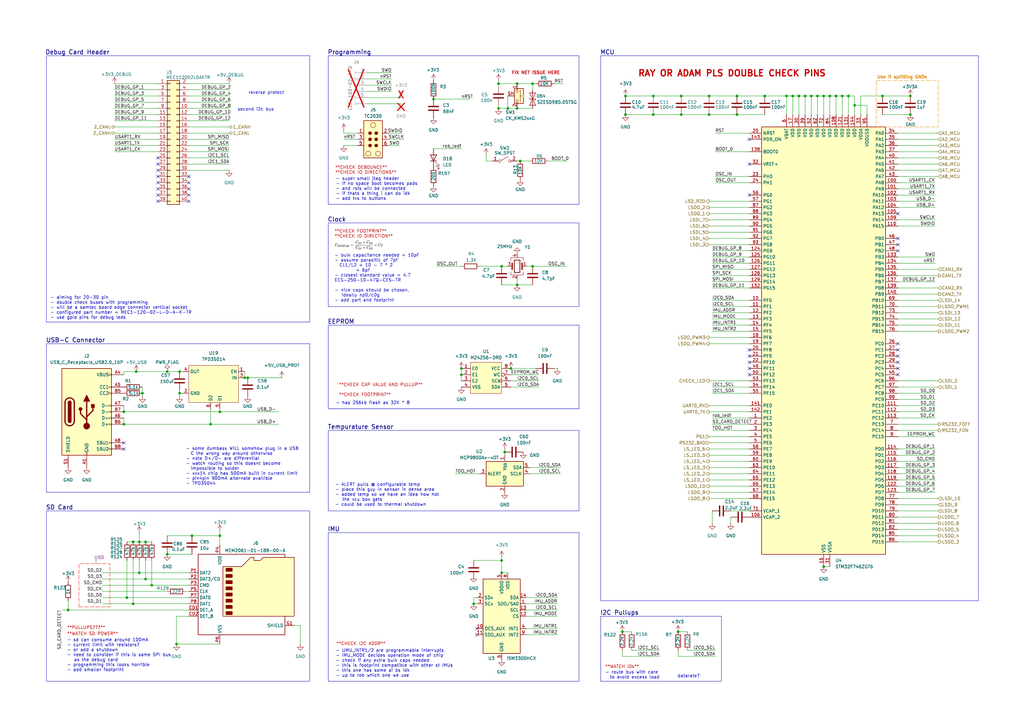
<source format=kicad_sch>
(kicad_sch (version 20250114) (generator "eeschema") (generator_version "9.0")
  (paper "A3")
  (rectangle (start 246.38 252.73) (end 295.91 279.4))
  (rectangle (start 19.05 22.86) (end 127 132.08))
  (rectangle (start 359.41 33.02) (end 384.81 52.07) (stroke (width 0) (type dash) (color 221 133 0 1)))
  (rectangle (start 19.05 209.55) (end 127 279.4))
  (rectangle (start 134.62 91.44) (end 237.49 125.73))
  (rectangle (start 134.62 22.86) (end 237.49 83.82))
  (rectangle (start 19.05 140.97) (end 127 201.93))
  (rectangle (start 134.62 133.35) (end 237.49 167.64))
  (rectangle (start 134.62 176.53) (end 237.49 209.55))
  (rectangle (start 246.38 22.86) (end 401.32 246.38))
  (rectangle (start 134.62 218.44) (end 237.49 279.4))
  (text "second i2c bus" (at 104.902 44.958 0) (effects (font (size 1.27 1.27))))
  (text "IMU" (at 134.366 217.17 0) (effects (font (size 1.778 1.778) (thickness 0.254) (bold yes)) (justify left)))
  (text "EEPROM" (at 134.366 132.08 0) (effects (font (size 1.778 1.778) (thickness 0.254) (bold yes)) (justify left)))
  (text "FIX NET ISSUE HERE" (at 209.804 29.972 0) (effects (font (size 1.27 1.27) (thickness 0.254) (bold yes)) (justify left)))
  (text "SD Card" (at 18.796 208.28 0) (effects (font (size 1.778 1.778) (thickness 0.254) (bold yes)) (justify left)))
  (text "I2C Pullups" (at 246.126 251.46 0) (effects (font (size 1.778 1.778) (thickness 0.254) (bold yes)) (justify left)))
  (text "**PULLUPS???**" (at 27.432 257.556 0) (effects (font (size 1.27 1.27) (thickness 0.1588)) (justify left)))
  (text "Use if splitting GNDs" (at 359.664 31.75 0) (effects (font (size 1.27 1.27) (thickness 0.254) (bold yes)) (justify left)))
  (text "- ALERT pulls @ configurable temp\n- place this guy in sensor in dense area\n- added temp so we have an idea how hot\n   the vcu box gets\n- could be used to thermal shutdown" (at 137.414 202.946 0) (effects (font (size 1.27 1.27) (thickness 0.1588)) (justify left)))
  (text "- route bus with care\n  to avoid excess load" (at 248.158 276.86 0) (effects (font (size 1.27 1.27) (thickness 0.1588)) (justify left)))
  (text "Debug Card Header" (at 18.542 21.59 0) (effects (font (size 1.778 1.778) (thickness 0.254) (bold yes)) (justify left)))
  (text "- bulk capacitence needed = 10pF\n- assume parasitic of 7pf\n  CL1/L2 = 10 - 7 * 2\n         = 6pF\n- closest standard value = 4.7\nECS-250-10-47Q-CES-TR\n\n- nice caps should be chosen,\n   ideally np0/c0g\n- add part and footprint\n" (at 137.16 114.046 0) (effects (font (size 1.27 1.27)) (justify left)))
  (text "USB-C Connector" (at 18.796 139.7 0) (effects (font (size 1.778 1.778) (thickness 0.254) (bold yes)) (justify left)))
  (text "Programming " (at 134.366 21.59 0) (effects (font (size 1.778 1.778) (thickness 0.254) (bold yes)) (justify left)))
  (text "datarate?" (at 282.448 277.368 0) (effects (font (size 1.27 1.27))))
  (text "- super small jtag header\n- if no space boot becomes pads\n- and rsts will be connected\n- if thats a thing i can do idk\n- add tvs to buttons\n" (at 137.668 77.47 0) (effects (font (size 1.27 1.27) (thickness 0.1588)) (justify left)))
  (text "- some dumbass WILL somehow plug in a USB\n  C the wrong way around otherwise\n- note D+/D- are differential\n- watch routing so this doesnt become\n  impossible to solder\n- xxx14 chip has 500mA built in current limit\n- pin4pin 900mA alternate availible\n- TPD3S044\n" (at 76.2 191.262 0) (effects (font (size 1.27 1.27) (thickness 0.1588)) (justify left)))
  (text "- sd can consume around 100mA\n- current limit with resistors?\n- or add a shutdown \n- need to consider if this is same SPI bus\n   as the debug card\n- programming this looks horrible\n- add smaller footprint" (at 27.432 268.732 0) (effects (font (size 1.27 1.27) (thickness 0.1588)) (justify left)))
  (text "**WATCH SD POWER**" (at 27.432 260.096 0) (effects (font (size 1.27 1.27) (thickness 0.1588)) (justify left)))
  (text "Clock\n" (at 134.366 90.17 0) (effects (font (size 1.778 1.778) (thickness 0.254) (bold yes)) (justify left)))
  (text "**CHECK FOOTPRINT**\n**CHECK IO DIRECTION**" (at 137.16 96.012 0) (effects (font (size 1.27 1.27) (thickness 0.1588)) (justify left)))
  (text "**CHECK DEBOUNCE**\n**CHECK IO DIRECTIONS**\n" (at 137.414 69.85 0) (effects (font (size 1.27 1.27) (thickness 0.1588)) (justify left)))
  (text "**CHECK CAP VALUE AND PULLUP**\n\n**CHECK FOOTPRINT**" (at 138.938 160.02 0) (effects (font (size 1.27 1.27) (thickness 0.1588)) (justify left)))
  (text "Tempurature Sensor\n" (at 134.366 175.26 0) (effects (font (size 1.778 1.778) (thickness 0.254) (bold yes)) (justify left)))
  (text "- UMU_INTR1/2 are programmable interrupts\n- IMU_MODE decides operation mode of chip\n- check if any extra bulk caps needed\n- this is footprint compatible with other st IMUs\n- this one has some ai bs idk\n- up to rob which one we use" (at 137.668 272.034 0) (effects (font (size 1.27 1.27) (thickness 0.1588)) (justify left)))
  (text "reverse protect" (at 109.22 38.1 0) (effects (font (size 1.27 1.27))))
  (text "- aiming for 20-30 pin\n- double check buses with programming\n- will be a samtec board edge connector vertical socket\n- configured part number = MEC1-120-02-L-D-A-K-TR\n- use gpio pins for debug leds\n" (at 20.574 126.238 0) (effects (font (size 1.27 1.27) (thickness 0.1588)) (justify left)))
  (text "**WATCH IDs**" (at 248.158 273.558 0) (effects (font (size 1.27 1.27) (thickness 0.1588)) (justify left)))
  (text "- has 256kb flash as 32K * 8" (at 137.668 165.354 0) (effects (font (size 1.27 1.27) (thickness 0.1588)) (justify left)))
  (text "MCU" (at 246.126 21.59 0) (effects (font (size 1.778 1.778) (thickness 0.254) (bold yes)) (justify left)))
  (text "**CHECK I2C ADDR**" (at 137.922 264.16 0) (effects (font (size 1.27 1.27) (thickness 0.1588)) (justify left)))
  (text "RAY OR ADAM PLS DOUBLE CHECK PINS" (at 300.228 30.226 0) (effects (font (size 2.54 2.54) (thickness 0.508) (bold yes))))
  (junction (at 373.38 46.99))
  (junction (at 337.82 39.37))
  (junction (at 204.47 44.45))
  (junction (at 302.26 39.37))
  (junction (at 279.4 46.99))
  (junction (at 205.74 234.95))
  (junction (at 256.54 39.37))
  (junction (at 86.36 173.99))
  (junction (at 342.9 39.37))
  (junction (at 290.83 39.37))
  (junction (at 267.97 46.99))
  (junction (at 302.26 46.99))
  (junction (at 73.66 161.29))
  (junction (at 59.69 237.49))
  (junction (at 205.74 109.22))
  (junction (at 255.27 259.08))
  (junction (at 27.94 250.19))
  (junction (at 345.44 39.37))
  (junction (at 189.23 151.13))
  (junction (at 189.23 153.67))
  (junction (at 58.42 161.29))
  (junction (at 72.39 264.16))
  (junction (at 50.8 168.91))
  (junction (at 57.15 222.25))
  (junction (at 101.6 154.94))
  (junction (at 330.2 39.37))
  (junction (at 209.55 151.13))
  (junction (at 204.47 34.29))
  (junction (at 267.97 39.37))
  (junction (at 313.69 39.37))
  (junction (at 59.69 222.25))
  (junction (at 78.74 219.71))
  (junction (at 347.98 39.37))
  (junction (at 213.36 66.04))
  (junction (at 212.09 116.84))
  (junction (at 177.8 40.64))
  (junction (at 350.52 43.18))
  (junction (at 373.38 39.37))
  (junction (at 100.33 154.94))
  (junction (at 332.74 39.37))
  (junction (at 194.31 247.65))
  (junction (at 218.44 34.29))
  (junction (at 212.09 34.29))
  (junction (at 278.13 259.08))
  (junction (at 322.58 39.37))
  (junction (at 337.82 232.41))
  (junction (at 50.8 173.99))
  (junction (at 256.54 46.99))
  (junction (at 57.15 234.95))
  (junction (at 54.61 247.65))
  (junction (at 290.83 46.99))
  (junction (at 325.12 39.37))
  (junction (at 52.07 245.11))
  (junction (at 327.66 39.37))
  (junction (at 54.61 222.25))
  (junction (at 68.58 152.4))
  (junction (at 62.23 240.03))
  (junction (at 207.01 185.42))
  (junction (at 73.66 152.4))
  (junction (at 218.44 109.22))
  (junction (at 335.28 39.37))
  (junction (at 205.74 229.87))
  (junction (at 361.95 39.37))
  (junction (at 90.17 168.91))
  (junction (at 90.17 219.71))
  (junction (at 340.36 39.37))
  (junction (at 212.09 44.45))
  (junction (at 55.88 152.4))
  (junction (at 68.58 227.33))
  (junction (at 279.4 39.37))
  (junction (at 208.28 44.45))
  (no_connect (at 307.34 151.13))
  (no_connect (at 195.58 257.81))
  (no_connect (at 77.47 72.39))
  (no_connect (at 307.34 153.67))
  (no_connect (at 195.58 260.35))
  (no_connect (at 64.77 69.85))
  (no_connect (at 77.47 77.47))
  (no_connect (at 368.3 87.63))
  (no_connect (at 50.8 181.61))
  (no_connect (at 368.3 153.67))
  (no_connect (at 307.34 67.31))
  (no_connect (at 368.3 140.97))
  (no_connect (at 368.3 100.33))
  (no_connect (at 77.47 80.01))
  (no_connect (at 368.3 97.79))
  (no_connect (at 368.3 151.13))
  (no_connect (at 64.77 74.93))
  (no_connect (at 64.77 80.01))
  (no_connect (at 368.3 102.87))
  (no_connect (at 368.3 143.51))
  (no_connect (at 64.77 64.77))
  (no_connect (at 307.34 143.51))
  (no_connect (at 64.77 67.31))
  (no_connect (at 64.77 82.55))
  (no_connect (at 77.47 74.93))
  (no_connect (at 307.34 148.59))
  (no_connect (at 307.34 57.15))
  (no_connect (at 368.3 146.05))
  (no_connect (at 50.8 184.15))
  (no_connect (at 307.34 80.01))
  (no_connect (at 307.34 146.05))
  (no_connect (at 64.77 72.39))
  (no_connect (at 77.47 82.55))
  (no_connect (at 368.3 148.59))
  (no_connect (at 64.77 77.47))
  (wire (pts (xy 140.97 59.69) (xy 146.685 59.69)))
  (wire (pts (xy 77.47 41.91) (xy 93.98 41.91)))
  (wire (pts (xy 292.1 176.53) (xy 307.34 176.53)))
  (wire (pts (xy 383.54 184.15) (xy 368.3 184.15)))
  (wire (pts (xy 194.31 245.11) (xy 194.31 247.65)))
  (wire (pts (xy 163.83 59.69) (xy 159.385 59.69)))
  (wire (pts (xy 350.52 39.37) (xy 350.52 43.18)))
  (wire (pts (xy 46.99 57.15) (xy 64.77 57.15)))
  (wire (pts (xy 199.39 63.5) (xy 199.39 66.04)))
  (wire (pts (xy 292.1 113.03) (xy 307.34 113.03)))
  (wire (pts (xy 383.54 105.41) (xy 368.3 105.41)))
  (wire (pts (xy 77.47 36.83) (xy 93.98 36.83)))
  (wire (pts (xy 279.4 39.37) (xy 290.83 39.37)))
  (wire (pts (xy 68.58 219.71) (xy 78.74 219.71)))
  (wire (pts (xy 290.83 95.25) (xy 307.34 95.25)))
  (wire (pts (xy 325.12 39.37) (xy 327.66 39.37)))
  (wire (pts (xy 290.83 181.61) (xy 307.34 181.61)))
  (wire (pts (xy 383.54 161.29) (xy 368.3 161.29)))
  (wire (pts (xy 209.55 156.21) (xy 220.98 156.21)))
  (wire (pts (xy 384.81 204.47) (xy 368.3 204.47)))
  (wire (pts (xy 215.9 109.22) (xy 218.44 109.22)))
  (wire (pts (xy 383.54 191.77) (xy 368.3 191.77)))
  (wire (pts (xy 384.81 128.27) (xy 368.3 128.27)))
  (wire (pts (xy 77.47 59.69) (xy 93.98 59.69)))
  (wire (pts (xy 77.47 44.45) (xy 93.98 44.45)))
  (wire (pts (xy 77.47 67.31) (xy 93.98 67.31)))
  (wire (pts (xy 212.09 34.29) (xy 218.44 34.29)))
  (wire (pts (xy 361.95 39.37) (xy 373.38 39.37)))
  (wire (pts (xy 384.81 118.11) (xy 368.3 118.11)))
  (wire (pts (xy 384.81 217.17) (xy 368.3 217.17)))
  (wire (pts (xy 384.81 156.21) (xy 368.3 156.21)))
  (wire (pts (xy 57.15 229.87) (xy 57.15 234.95)))
  (wire (pts (xy 383.54 90.17) (xy 368.3 90.17)))
  (wire (pts (xy 292.1 110.49) (xy 307.34 110.49)))
  (wire (pts (xy 57.15 234.95) (xy 77.47 234.95)))
  (wire (pts (xy 55.88 152.4) (xy 68.58 152.4)))
  (wire (pts (xy 347.98 39.37) (xy 350.52 39.37)))
  (wire (pts (xy 293.37 269.24) (xy 278.13 269.24)))
  (wire (pts (xy 384.81 135.89) (xy 368.3 135.89)))
  (wire (pts (xy 204.47 44.45) (xy 208.28 44.45)))
  (wire (pts (xy 302.26 46.99) (xy 313.69 46.99)))
  (wire (pts (xy 73.66 161.29) (xy 74.93 161.29)))
  (wire (pts (xy 78.74 219.71) (xy 90.17 219.71)))
  (wire (pts (xy 353.06 39.37) (xy 361.95 39.37)))
  (wire (pts (xy 52.07 245.11) (xy 77.47 245.11)))
  (wire (pts (xy 293.37 72.39) (xy 307.34 72.39)))
  (wire (pts (xy 77.47 54.61) (xy 93.98 54.61)))
  (wire (pts (xy 86.36 173.99) (xy 86.36 167.64)))
  (wire (pts (xy 165.735 57.15) (xy 159.385 57.15)))
  (wire (pts (xy 330.2 39.37) (xy 332.74 39.37)))
  (wire (pts (xy 194.31 247.65) (xy 195.58 247.65)))
  (wire (pts (xy 54.61 247.65) (xy 77.47 247.65)))
  (wire (pts (xy 355.6 46.99) (xy 355.6 43.18)))
  (wire (pts (xy 164.465 42.545) (xy 150.495 42.545)))
  (wire (pts (xy 332.74 39.37) (xy 335.28 39.37)))
  (wire (pts (xy 100.33 152.4) (xy 100.33 154.94)))
  (wire (pts (xy 299.72 209.55) (xy 307.34 209.55)))
  (wire (pts (xy 46.99 59.69) (xy 64.77 59.69)))
  (wire (pts (xy 290.83 82.55) (xy 307.34 82.55)))
  (wire (pts (xy 165.1 54.61) (xy 159.385 54.61)))
  (wire (pts (xy 41.91 234.95) (xy 57.15 234.95)))
  (wire (pts (xy 384.81 57.15) (xy 368.3 57.15)))
  (wire (pts (xy 189.23 153.67) (xy 189.23 151.13)))
  (wire (pts (xy 290.83 191.77) (xy 307.34 191.77)))
  (wire (pts (xy 212.09 44.45) (xy 218.44 44.45)))
  (wire (pts (xy 77.47 49.53) (xy 93.98 49.53)))
  (wire (pts (xy 46.99 54.61) (xy 64.77 54.61)))
  (wire (pts (xy 293.37 266.7) (xy 281.94 266.7)))
  (wire (pts (xy 290.83 168.91) (xy 307.34 168.91)))
  (wire (pts (xy 68.58 227.33) (xy 78.74 227.33)))
  (wire (pts (xy 196.85 109.22) (xy 205.74 109.22)))
  (wire (pts (xy 383.54 74.93) (xy 368.3 74.93)))
  (wire (pts (xy 140.97 53.34) (xy 140.97 54.61)))
  (wire (pts (xy 227.33 151.13) (xy 228.6 151.13)))
  (wire (pts (xy 77.47 34.29) (xy 93.98 34.29)))
  (wire (pts (xy 384.81 69.85) (xy 368.3 69.85)))
  (wire (pts (xy 278.13 266.7) (xy 278.13 269.24)))
  (wire (pts (xy 194.31 229.87) (xy 205.74 229.87)))
  (wire (pts (xy 224.79 66.04) (xy 232.41 66.04)))
  (wire (pts (xy 290.83 194.31) (xy 307.34 194.31)))
  (wire (pts (xy 208.28 234.95) (xy 205.74 234.95)))
  (wire (pts (xy 204.47 34.29) (xy 212.09 34.29)))
  (wire (pts (xy 207.01 184.15) (xy 207.01 185.42)))
  (wire (pts (xy 384.81 120.65) (xy 368.3 120.65)))
  (wire (pts (xy 384.81 62.23) (xy 368.3 62.23)))
  (wire (pts (xy 290.83 100.33) (xy 307.34 100.33)))
  (wire (pts (xy 205.74 116.84) (xy 212.09 116.84)))
  (wire (pts (xy 292.1 161.29) (xy 307.34 161.29)))
  (wire (pts (xy 383.54 80.01) (xy 368.3 80.01)))
  (wire (pts (xy 90.17 217.805) (xy 90.17 219.71)))
  (wire (pts (xy 293.37 62.23) (xy 307.34 62.23)))
  (wire (pts (xy 383.54 199.39) (xy 368.3 199.39)))
  (wire (pts (xy 41.91 247.65) (xy 54.61 247.65)))
  (wire (pts (xy 322.58 39.37) (xy 325.12 39.37)))
  (wire (pts (xy 213.36 66.04) (xy 217.17 66.04)))
  (wire (pts (xy 86.36 173.99) (xy 114.3 173.99)))
  (wire (pts (xy 290.83 46.99) (xy 302.26 46.99)))
  (wire (pts (xy 177.8 40.64) (xy 193.04 40.64)))
  (wire (pts (xy 383.54 168.91) (xy 368.3 168.91)))
  (wire (pts (xy 383.54 201.93) (xy 368.3 201.93)))
  (wire (pts (xy 52.07 229.87) (xy 52.07 245.11)))
  (wire (pts (xy 50.8 168.91) (xy 90.17 168.91)))
  (wire (pts (xy 218.44 34.29) (xy 219.71 34.29)))
  (wire (pts (xy 384.81 173.99) (xy 368.3 173.99)))
  (wire (pts (xy 50.8 171.45) (xy 50.8 173.99)))
  (wire (pts (xy 209.55 158.75) (xy 220.98 158.75)))
  (wire (pts (xy 227.33 34.29) (xy 231.14 34.29)))
  (wire (pts (xy 383.54 171.45) (xy 368.3 171.45)))
  (wire (pts (xy 50.8 153.67) (xy 50.8 152.4)))
  (wire (pts (xy 290.83 204.47) (xy 307.34 204.47)))
  (wire (pts (xy 327.66 39.37) (xy 327.66 46.99)))
  (wire (pts (xy 186.69 194.31) (xy 196.85 194.31)))
  (wire (pts (xy 73.66 162.56) (xy 73.66 161.29)))
  (wire (pts (xy 90.17 168.91) (xy 90.17 167.64)))
  (wire (pts (xy 58.42 158.75) (xy 58.42 161.29)))
  (wire (pts (xy 77.47 52.07) (xy 93.98 52.07)))
  (wire (pts (xy 204.47 33.02) (xy 204.47 34.29)))
  (wire (pts (xy 68.58 152.4) (xy 73.66 152.4)))
  (wire (pts (xy 59.69 229.87) (xy 59.69 237.49)))
  (wire (pts (xy 337.82 39.37) (xy 337.82 46.99)))
  (wire (pts (xy 59.69 237.49) (xy 77.47 237.49)))
  (wire (pts (xy 212.09 66.04) (xy 213.36 66.04)))
  (wire (pts (xy 228.6 245.11) (xy 215.9 245.11)))
  (wire (pts (xy 342.9 39.37) (xy 345.44 39.37)))
  (wire (pts (xy 72.39 252.73) (xy 72.39 264.16)))
  (wire (pts (xy 353.06 46.99) (xy 353.06 39.37)))
  (wire (pts (xy 160.655 34.925) (xy 150.495 34.925)))
  (wire (pts (xy 195.58 245.11) (xy 194.31 245.11)))
  (wire (pts (xy 212.09 116.84) (xy 218.44 116.84)))
  (wire (pts (xy 204.47 34.29) (xy 204.47 35.56)))
  (wire (pts (xy 205.74 229.87) (xy 205.74 228.6)))
  (wire (pts (xy 335.28 39.37) (xy 337.82 39.37)))
  (wire (pts (xy 46.99 41.91) (xy 64.77 41.91)))
  (wire (pts (xy 290.83 90.17) (xy 307.34 90.17)))
  (wire (pts (xy 383.54 194.31) (xy 368.3 194.31)))
  (wire (pts (xy 384.81 123.19) (xy 368.3 123.19)))
  (wire (pts (xy 212.09 116.84) (xy 212.09 114.3)))
  (wire (pts (xy 140.97 54.61) (xy 146.685 54.61)))
  (wire (pts (xy 293.37 54.61) (xy 307.34 54.61)))
  (wire (pts (xy 54.61 229.87) (xy 54.61 247.65)))
  (wire (pts (xy 383.54 77.47) (xy 368.3 77.47)))
  (wire (pts (xy 384.81 59.69) (xy 368.3 59.69)))
  (wire (pts (xy 290.83 138.43) (xy 307.34 138.43)))
  (wire (pts (xy 57.15 218.44) (xy 57.15 222.25)))
  (wire (pts (xy 77.47 69.85) (xy 93.98 69.85)))
  (wire (pts (xy 50.8 173.99) (xy 86.36 173.99)))
  (wire (pts (xy 41.91 245.11) (xy 52.07 245.11)))
  (wire (pts (xy 54.61 222.25) (xy 57.15 222.25)))
  (wire (pts (xy 383.54 115.57) (xy 368.3 115.57)))
  (wire (pts (xy 292.1 125.73) (xy 307.34 125.73)))
  (wire (pts (xy 292.1 123.19) (xy 307.34 123.19)))
  (wire (pts (xy 384.81 67.31) (xy 368.3 67.31)))
  (wire (pts (xy 290.83 186.69) (xy 307.34 186.69)))
  (wire (pts (xy 292.1 105.41) (xy 307.34 105.41)))
  (wire (pts (xy 208.28 39.37) (xy 208.28 44.45)))
  (wire (pts (xy 292.1 130.81) (xy 307.34 130.81)))
  (wire (pts (xy 293.37 74.93) (xy 307.34 74.93)))
  (wire (pts (xy 281.94 259.08) (xy 278.13 259.08)))
  (wire (pts (xy 76.2 242.57) (xy 77.47 242.57)))
  (wire (pts (xy 335.28 39.37) (xy 335.28 46.99)))
  (wire (pts (xy 290.83 196.85) (xy 307.34 196.85)))
  (wire (pts (xy 384.81 113.03) (xy 368.3 113.03)))
  (wire (pts (xy 337.82 232.41) (xy 340.36 232.41)))
  (wire (pts (xy 384.81 207.01) (xy 368.3 207.01)))
  (wire (pts (xy 46.99 52.07) (xy 64.77 52.07)))
  (wire (pts (xy 205.74 109.22) (xy 208.28 109.22)))
  (wire (pts (xy 384.81 64.77) (xy 368.3 64.77)))
  (wire (pts (xy 160.655 37.465) (xy 150.495 37.465)))
  (wire (pts (xy 256.54 46.99) (xy 267.97 46.99)))
  (wire (pts (xy 355.6 43.18) (xy 350.52 43.18)))
  (wire (pts (xy 27.94 250.19) (xy 77.47 250.19)))
  (wire (pts (xy 361.95 46.99) (xy 373.38 46.99)))
  (wire (pts (xy 332.74 39.37) (xy 332.74 46.99)))
  (wire (pts (xy 270.51 269.24) (xy 255.27 269.24)))
  (wire (pts (xy 228.6 250.19) (xy 215.9 250.19)))
  (wire (pts (xy 383.54 189.23) (xy 368.3 189.23)))
  (wire (pts (xy 160.655 29.845) (xy 150.495 29.845)))
  (wire (pts (xy 292.1 115.57) (xy 307.34 115.57)))
  (wire (pts (xy 290.83 156.21) (xy 307.34 156.21)))
  (wire (pts (xy 140.97 57.15) (xy 146.685 57.15)))
  (wire (pts (xy 160.655 32.385) (xy 150.495 32.385)))
  (wire (pts (xy 209.55 153.67) (xy 220.98 153.67)))
  (wire (pts (xy 46.99 44.45) (xy 64.77 44.45)))
  (wire (pts (xy 77.47 57.15) (xy 93.98 57.15)))
  (wire (pts (xy 189.23 156.21) (xy 189.23 153.67)))
  (wire (pts (xy 62.23 229.87) (xy 62.23 240.03)))
  (wire (pts (xy 384.81 125.73) (xy 368.3 125.73)))
  (wire (pts (xy 218.44 109.22) (xy 232.41 109.22)))
  (wire (pts (xy 208.28 44.45) (xy 212.09 44.45)))
  (wire (pts (xy 46.99 34.29) (xy 64.77 34.29)))
  (wire (pts (xy 199.39 66.04) (xy 201.93 66.04)))
  (wire (pts (xy 292.1 173.99) (xy 307.34 173.99)))
  (wire (pts (xy 41.91 242.57) (xy 68.58 242.57)))
  (wire (pts (xy 46.99 39.37) (xy 64.77 39.37)))
  (wire (pts (xy 228.6 257.81) (xy 215.9 257.81)))
  (wire (pts (xy 292.1 171.45) (xy 307.34 171.45)))
  (wire (pts (xy 41.91 237.49) (xy 59.69 237.49)))
  (wire (pts (xy 290.83 140.97) (xy 307.34 140.97)))
  (wire (pts (xy 292.1 128.27) (xy 307.34 128.27)))
  (wire (pts (xy 77.47 62.23) (xy 93.98 62.23)))
  (wire (pts (xy 46.99 36.83) (xy 64.77 36.83)))
  (wire (pts (xy 337.82 39.37) (xy 340.36 39.37)))
  (wire (pts (xy 50.8 166.37) (xy 50.8 168.91)))
  (wire (pts (xy 90.17 168.91) (xy 114.3 168.91)))
  (wire (pts (xy 205.74 234.95) (xy 205.74 229.87)))
  (wire (pts (xy 50.8 152.4) (xy 55.88 152.4)))
  (wire (pts (xy 46.99 49.53) (xy 64.77 49.53)))
  (wire (pts (xy 290.83 189.23) (xy 307.34 189.23)))
  (wire (pts (xy 62.23 240.03) (xy 77.47 240.03)))
  (wire (pts (xy 383.54 92.71) (xy 368.3 92.71)))
  (wire (pts (xy 384.81 212.09) (xy 368.3 212.09)))
  (wire (pts (xy 77.47 64.77) (xy 93.98 64.77)))
  (wire (pts (xy 290.83 184.15) (xy 307.34 184.15)))
  (wire (pts (xy 340.36 39.37) (xy 340.36 46.99)))
  (wire (pts (xy 322.58 39.37) (xy 322.58 46.99)))
  (wire (pts (xy 290.83 85.09) (xy 307.34 85.09)))
  (wire (pts (xy 228.6 247.65) (xy 215.9 247.65)))
  (wire (pts (xy 383.54 82.55) (xy 368.3 82.55)))
  (wire (pts (xy 290.83 199.39) (xy 307.34 199.39)))
  (wire (pts (xy 73.66 152.4) (xy 74.93 152.4)))
  (wire (pts (xy 330.2 39.37) (xy 330.2 46.99)))
  (wire (pts (xy 207.01 185.42) (xy 207.01 186.69)))
  (wire (pts (xy 41.91 240.03) (xy 62.23 240.03)))
  (wire (pts (xy 219.71 151.13) (xy 209.55 151.13)))
  (wire (pts (xy 25.4 250.19) (xy 27.94 250.19)))
  (wire (pts (xy 101.6 154.94) (xy 115.57 154.94)))
  (wire (pts (xy 267.97 39.37) (xy 279.4 39.37)))
  (wire (pts (xy 384.81 176.53) (xy 368.3 176.53)))
  (wire (pts (xy 290.83 87.63) (xy 307.34 87.63)))
  (wire (pts (xy 177.8 60.96) (xy 189.23 60.96)))
  (wire (pts (xy 256.54 39.37) (xy 267.97 39.37)))
  (wire (pts (xy 384.81 219.71) (xy 368.3 219.71)))
  (wire (pts (xy 255.27 266.7) (xy 255.27 269.24)))
  (wire (pts (xy 384.81 110.49) (xy 368.3 110.49)))
  (wire (pts (xy 179.07 109.22) (xy 189.23 109.22)))
  (wire (pts (xy 123.19 256.54) (xy 123.19 264.16)))
  (wire (pts (xy 27.94 246.38) (xy 27.94 250.19)))
  (wire (pts (xy 290.83 92.71) (xy 307.34 92.71)))
  (wire (pts (xy 59.69 222.25) (xy 62.23 222.25)))
  (wire (pts (xy 292.1 209.55) (xy 292.1 214.63)))
  (wire (pts (xy 383.54 166.37) (xy 368.3 166.37)))
  (wire (pts (xy 347.98 39.37) (xy 347.98 46.99)))
  (wire (pts (xy 218.44 34.29) (xy 218.44 36.83)))
  (wire (pts (xy 384.81 158.75) (xy 368.3 158.75)))
  (wire (pts (xy 228.6 252.73) (xy 215.9 252.73)))
  (wire (pts (xy 228.6 260.35) (xy 215.9 260.35)))
  (wire (pts (xy 383.54 196.85) (xy 368.3 196.85)))
  (wire (pts (xy 383.54 107.95) (xy 368.3 107.95)))
  (wire (pts (xy 120.65 256.54) (xy 123.19 256.54)))
  (wire (pts (xy 292.1 158.75) (xy 307.34 158.75)))
  (wire (pts (xy 57.15 222.25) (xy 59.69 222.25)))
  (wire (pts (xy 350.52 43.18) (xy 350.52 46.99)))
  (wire (pts (xy 270.51 266.7) (xy 259.08 266.7)))
  (wire (pts (xy 292.1 102.87) (xy 307.34 102.87)))
  (wire (pts (xy 325.12 39.37) (xy 325.12 46.99)))
  (wire (pts (xy 384.81 214.63) (xy 368.3 214.63)))
  (wire (pts (xy 292.1 135.89) (xy 307.34 135.89)))
  (wire (pts (xy 340.36 39.37) (xy 342.9 39.37)))
  (wire (pts (xy 259.08 259.08) (xy 255.27 259.08)))
  (wire (pts (xy 290.83 201.93) (xy 307.34 201.93)))
  (wire (pts (xy 313.69 39.37) (xy 322.58 39.37)))
  (wire (pts (xy 384.81 130.81) (xy 368.3 130.81)))
  (wire (pts (xy 204.47 43.18) (xy 204.47 44.45)))
  (wire (pts (xy 77.47 46.99) (xy 93.98 46.99)))
  (wire (pts (xy 194.31 236.22) (xy 194.31 237.49)))
  (wire (pts (xy 77.47 252.73) (xy 72.39 252.73)))
  (wire (pts (xy 77.47 39.37) (xy 93.98 39.37)))
  (wire (pts (xy 279.4 46.99) (xy 290.83 46.99)))
  (wire (pts (xy 100.33 154.94) (xy 101.6 154.94)))
  (wire (pts (xy 384.81 133.35) (xy 368.3 133.35)))
  (wire (pts (xy 384.81 222.25) (xy 368.3 222.25)))
  (wire (pts (xy 46.99 46.99) (xy 64.77 46.99)))
  (wire (pts (xy 302.26 39.37) (xy 313.69 39.37)))
  (wire (pts (xy 384.81 209.55) (xy 368.3 209.55)))
  (wire (pts (xy 383.54 186.69) (xy 368.3 186.69)))
  (wire (pts (xy 290.83 166.37) (xy 307.34 166.37)))
  (wire (pts (xy 52.07 222.25) (xy 54.61 222.25)))
  (wire (pts (xy 327.66 39.37) (xy 330.2 39.37)))
  (wire (pts (xy 342.9 39.37) (xy 342.9 46.99)))
  (wire (pts (xy 292.1 133.35) (xy 307.34 133.35)))
  (wire (pts (xy 383.54 179.07) (xy 368.3 179.07)))
  (wire (pts (xy 290.83 179.07) (xy 307.34 179.07)))
  (wire (pts (xy 164.465 40.005) (xy 150.495 40.005)))
  (wire (pts (xy 290.83 97.79) (xy 307.34 97.79)))
  (wire (pts (xy 90.17 219.71) (xy 90.17 223.52)))
  (wire (pts (xy 345.44 39.37) (xy 347.98 39.37)))
  (wire (pts (xy 58.42 162.56) (xy 58.42 161.29)))
  (wire (pts (xy 292.1 118.11) (xy 307.34 118.11)))
  (wire (pts (xy 292.1 107.95) (xy 307.34 107.95)))
  (wire (pts (xy 217.17 191.77) (xy 229.87 191.77)))
  (wire (pts (xy 345.44 39.37) (xy 345.44 46.99)))
  (wire (pts (xy 384.81 72.39) (xy 368.3 72.39)))
  (wire (pts (xy 383.54 85.09) (xy 368.3 85.09)))
  (wire (pts (xy 46.99 62.23) (xy 64.77 62.23)))
  (wire (pts (xy 383.54 163.83) (xy 368.3 163.83)))
  (wire (pts (xy 217.17 194.31) (xy 229.87 194.31)))
  (wire (pts (xy 299.72 212.09) (xy 299.72 214.63)))
  (wire (pts (xy 72.39 264.16) (xy 90.17 264.16)))
  (wire (pts (xy 267.97 46.99) (xy 279.4 46.99)))
  (wire (pts (xy 384.81 54.61) (xy 368.3 54.61)))
  (wire (pts (xy 290.83 39.37) (xy 302.26 39.37)))
  (wire (pts (xy 73.66 160.02) (xy 73.66 161.29)))
  (image (at 533.4 127))
  (image (at 147.066 100.838) (scale 0.412346))
  (label "IMU_INTR1" (at 228.6 257.81 180) (effects (font (thickness 0.1588))))
  (label "SPI_MISO" (at 93.98 57.15 180) (effects (font (thickness 0.1588))))
  (label "I2C0_SCL" (at 292.1 125.73 0) (effects (font (thickness 0.1588))))
  (label "SD_CK" (at 383.54 171.45 180))
  (label "USB_D-" (at 105.41 168.91 0) (effects (font (thickness 0.1588))))
  (label "nRST" (at 140.97 57.15 0) (effects (font (thickness 0.1588))))
  (label "BOOT_0" (at 293.37 62.23 0) (effects (font (thickness 0.1588))))
  (label "IMU_INTR2" (at 228.6 260.35 180) (effects (font (thickness 0.1588))))
  (label "SD_CARD_DETECT" (at 25.4 250.19 270))
  (label "DEBUG_GP_12" (at 383.54 115.57 180))
  (label "SWDIO" (at 165.1 54.61 180) (effects (font (thickness 0.1588))))
  (label "I2C1_SDA" (at 292.1 161.29 0))
  (label "DEBUG_GP_10" (at 292.1 107.95 0))
  (label "SPI_MOSI" (at 93.98 62.23 180) (effects (font (thickness 0.1588))))
  (label "SD_D0" (at 41.91 245.11 180))
  (label "I2C0_SDA" (at 228.6 245.11 180) (effects (font (thickness 0.1588))))
  (label "USART1_CK" (at 46.99 62.23 0) (effects (font (thickness 0.1588))))
  (label "EEPROM_WC" (at 383.54 179.07 180))
  (label "RST" (at 293.37 54.61 0) (effects (font (thickness 0.1588))))
  (label "DEBUG_GP_3" (at 46.99 39.37 0))
  (label "DEBUG_GP_7" (at 46.99 44.45 0))
  (label "DEBUG_GP_10" (at 81.28 46.99 0))
  (label "SD_CK" (at 41.91 242.57 180))
  (label "DEBUG_GP_5" (at 383.54 196.85 180))
  (label "IMU_MODE" (at 292.1 130.81 0) (effects (font (thickness 0.1588))))
  (label "DEBUG_GP_2" (at 82.55 36.83 0))
  (label "I2C1_SCL" (at 85.09 64.77 0) (effects (font (thickness 0.1588))))
  (label "USB_D-" (at 383.54 82.55 180) (effects (font (thickness 0.1588))))
  (label "USB_D+" (at 105.41 173.99 0) (effects (font (thickness 0.1588))))
  (label "I2C0_SCL" (at 293.37 266.7 180) (effects (font (thickness 0.1588))))
  (label "nRST" (at 383.54 107.95 180) (effects (font (thickness 0.1588))))
  (label "SPI_SCK" (at 93.98 59.69 180) (effects (font (thickness 0.1588))))
  (label "OSC_OUT" (at 179.07 109.22 0) (effects (font (thickness 0.1588))))
  (label "DEBUG_GP_9" (at 46.99 46.99 0))
  (label "I2C1_SDA" (at 85.09 67.31 0) (effects (font (thickness 0.1588))))
  (label "IMU_MODE" (at 228.6 252.73 180) (effects (font (thickness 0.1588))))
  (label "BOOT_0" (at 226.06 66.04 0) (effects (font (thickness 0.1588))))
  (label "TOO_HOT" (at 292.1 176.53 0))
  (label "DEBUG_GP_1" (at 383.54 184.15 180))
  (label "rob_led!" (at 292.1 171.45 0))
  (label "I2C0_SCL" (at 228.6 250.19 180) (effects (font (thickness 0.1588))))
  (label "SWDIO" (at 160.655 37.465 180) (effects (font (thickness 0.1588))))
  (label "DEBUG_GP_11" (at 292.1 118.11 0))
  (label "SWO" (at 163.83 59.69 180) (effects (font (thickness 0.1588))))
  (label "I2C0_SCL" (at 212.09 156.21 0) (effects (font (thickness 0.1588))))
  (label "SWCLK" (at 383.54 90.17 180) (effects (font (thickness 0.1588))))
  (label "SPI_MOSI" (at 292.1 115.57 0) (effects (font (thickness 0.1588))))
  (label "DEBUG_GP_6" (at 383.54 199.39 180))
  (label "USART1_TX" (at 383.54 77.47 180) (effects (font (thickness 0.1588))))
  (label "RST" (at 227.33 34.29 0) (effects (font (thickness 0.1588))))
  (label "SD_CARD_DETECT" (at 292.1 173.99 0))
  (label "EEPROM_WC" (at 209.55 153.67 0) (effects (font (thickness 0.1588))))
  (label "SWDIO" (at 383.54 92.71 180) (effects (font (thickness 0.1588))))
  (label "DEBUG_GP_1" (at 46.99 36.83 0))
  (label "DEBUG_GP_9" (at 292.1 105.41 0))
  (label "I2C1_SCL" (at 292.1 158.75 0))
  (label "nRST" (at 160.655 32.385 180) (effects (font (thickness 0.1588))))
  (label "DEBUG_GP_11" (at 46.99 49.53 0))
  (label "DEBUG_GP_6" (at 82.55 41.91 0))
  (label "SWO" (at 383.54 105.41 180) (effects (font (thickness 0.1588))))
  (label "DEBUG_GP_8" (at 292.1 102.87 0))
  (label "IMU_ADDR" (at 292.1 128.27 0) (effects (font (thickness 0.1588))))
  (label "SWCLK" (at 160.655 34.925 180) (effects (font (thickness 0.1588))))
  (label "OSC_IN" (at 293.37 72.39 0) (effects (font (thickness 0.1588))))
  (label "I2C0_SDA" (at 293.37 269.24 180) (effects (font (thickness 0.1588))))
  (label "SD_D3" (at 383.54 168.91 180))
  (label "DEBUG_GP_3" (at 383.54 191.77 180))
  (label "SPI_SCK" (at 292.1 113.03 0) (effects (font (thickness 0.1588))))
  (label "DEBUG_GP_2" (at 383.54 186.69 180))
  (label "DEBUG_GP_8" (at 82.55 44.45 0))
  (label "IMU_ADDR" (at 228.6 247.65 180) (effects (font (thickness 0.1588))))
  (label "SD_D3" (at 41.91 237.49 180))
  (label "I2C0_SDA" (at 292.1 123.19 0) (effects (font (thickness 0.1588))))
  (label "DEBUG_GP_4" (at 383.54 194.31 180))
  (label "SWO" (at 160.655 29.845 180) (effects (font (thickness 0.1588))))
  (label "USART1_CK" (at 383.54 74.93 180) (effects (font (thickness 0.1588))))
  (label "nRST" (at 189.23 40.64 0) (effects (font (thickness 0.1588))))
  (label "DEBUG_GP_4" (at 82.55 39.37 0))
  (label "SPI_MISO" (at 292.1 110.49 0) (effects (font (thickness 0.1588))))
  (label "SD_D2" (at 41.91 234.95 180))
  (label "USART1_TX" (at 46.99 59.69 0) (effects (font (thickness 0.1588))))
  (label "IMU_INTR1" (at 292.1 133.35 0) (effects (font (thickness 0.1588))))
  (label "I2C0_SDA" (at 212.09 158.75 0) (effects (font (thickness 0.1588))))
  (label "DEBUG_GP_5" (at 46.99 41.91 0))
  (label "IMU_INTR2" (at 292.1 135.89 0) (effects (font (thickness 0.1588))))
  (label "SD_D1" (at 41.91 247.65 180))
  (label "I2C1_SCL" (at 270.51 266.7 180) (effects (font (thickness 0.1588))))
  (label "I2C0_SCL" (at 220.98 194.31 0) (effects (font (thickness 0.1588))))
  (label "DEBUG_GP_12" (at 81.28 49.53 0))
  (label "SD_D2" (at 383.54 166.37 180))
  (label "I2C0_SDA" (at 220.98 191.77 0) (effects (font (thickness 0.1588))))
  (label "rob_led!" (at 189.23 60.96 180))
  (label "SD_D1" (at 383.54 163.83 180))
  (label "SD_CMD" (at 41.91 240.03 180))
  (label "DEBUG_GP_7" (at 383.54 201.93 180))
  (label "OSC_OUT" (at 293.37 74.93 0) (effects (font (thickness 0.1588))))
  (label "USB_D+" (at 383.54 85.09 180) (effects (font (thickness 0.1588))))
  (label "SWCLK" (at 165.735 57.15 180) (effects (font (thickness 0.1588))))
  (label "TOO_HOT" (at 186.69 194.31 0) (effects (font (thickness 0.1588))))
  (label "SD_D0" (at 383.54 161.29 180))
  (label "SD_CMD" (at 383.54 189.23 180))
  (label "OSC_IN" (at 224.79 109.22 0) (effects (font (thickness 0.1588))))
  (label "USART1_RX" (at 46.99 57.15 0) (effects (font (thickness 0.1588))))
  (label "I2C1_SDA" (at 270.51 269.24 180) (effects (font (thickness 0.1588))))
  (label "USART1_RX" (at 383.54 80.01 180) (effects (font (thickness 0.1588))))
  (hierarchical_label "LSDO_5" (shape output) (at 384.81 217.17 0))
  (hierarchical_label "CHECK_LED" (shape output) (at 290.83 156.21 180))
  (hierarchical_label "LSDO_9" (shape output) (at 290.83 201.93 180))
  (hierarchical_label "A8_MCU" (shape input) (at 384.81 72.39 0))
  (hierarchical_label "LSDI_4" (shape input) (at 290.83 97.79 180))
  (hierarchical_label "A6_MCU" (shape input) (at 384.81 67.31 0))
  (hierarchical_label "CAN1_RX" (shape input) (at 384.81 110.49 0))
  (hierarchical_label "LSDI_5" (shape input) (at 290.83 95.25 180))
  (hierarchical_label "LS_LED_5" (shape output) (at 290.83 186.69 180))
  (hierarchical_label "1_CANL" (shape bidirectional) (at 93.98 54.61 0))
  (hierarchical_label "LSDI_1" (shape input) (at 384.81 158.75 0))
  (hierarchical_label "LSDI_9" (shape input) (at 384.81 207.01 0))
  (hierarchical_label "LSDI_6" (shape input) (at 290.83 92.71 180))
  (hierarchical_label "2_CANL" (shape bidirectional) (at 46.99 52.07 180))
  (hierarchical_label "LSDI_14" (shape input) (at 384.81 123.19 0))
  (hierarchical_label "LSDO_PWM1" (shape output) (at 384.81 125.73 0))
  (hierarchical_label "A3_MCU" (shape input) (at 384.81 59.69 0))
  (hierarchical_label "LSDI_13" (shape input) (at 384.81 128.27 0))
  (hierarchical_label "RS232_FON" (shape output) (at 384.81 176.53 0))
  (hierarchical_label "LS_LED_1" (shape output) (at 290.83 196.85 180))
  (hierarchical_label "LS_LED_3" (shape output) (at 290.83 191.77 180))
  (hierarchical_label "LSD_R2D" (shape output) (at 290.83 82.55 180))
  (hierarchical_label "LSDI_2" (shape input) (at 384.81 156.21 0))
  (hierarchical_label "LSDO_3" (shape output) (at 384.81 222.25 0))
  (hierarchical_label "LSDO_8" (shape output) (at 290.83 204.47 180))
  (hierarchical_label "LSDI_8" (shape input) (at 384.81 209.55 0))
  (hierarchical_label "LSDO_2" (shape output) (at 290.83 85.09 180))
  (hierarchical_label "LSDI_11" (shape input) (at 384.81 133.35 0))
  (hierarchical_label "UART0_TX" (shape output) (at 290.83 168.91 180))
  (hierarchical_label "A1_MCU" (shape input) (at 384.81 54.61 0))
  (hierarchical_label "CAN1_TX" (shape output) (at 384.81 113.03 0))
  (hierarchical_label "LSDO_6" (shape output) (at 384.81 214.63 0))
  (hierarchical_label "LSDI_12" (shape input) (at 384.81 130.81 0))
  (hierarchical_label "UART0_RX" (shape input) (at 290.83 166.37 180))
  (hierarchical_label "LS_LED_4" (shape output) (at 290.83 189.23 180))
  (hierarchical_label "RS232_BAD" (shape input) (at 290.83 181.61 180))
  (hierarchical_label "CAN2_RX" (shape input) (at 384.81 118.11 0))
  (hierarchical_label "LSDO_10" (shape output) (at 290.83 199.39 180))
  (hierarchical_label "2_CANH" (shape bidirectional) (at 46.99 54.61 180))
  (hierarchical_label "CAN2_TX" (shape output) (at 384.81 120.65 0))
  (hierarchical_label "LSDI_3" (shape input) (at 290.83 100.33 180))
  (hierarchical_label "LSDI_10" (shape input) (at 384.81 204.47 0))
  (hierarchical_label "PG1" (shape input) (at 290.83 179.07 180))
  (hierarchical_label "LSDO_7" (shape output) (at 384.81 212.09 0))
  (hierarchical_label "A7_MCU" (shape input) (at 384.81 69.85 0))
  (hierarchical_label "A4_MCU" (shape input) (at 384.81 62.23 0))
  (hierarchical_label "LSDO_PWM3" (shape output) (at 290.83 138.43 180))
  (hierarchical_label "LSDO_4" (shape output) (at 384.81 219.71 0))
  (hierarchical_label "LSDO_PWM4" (shape output) (at 290.83 140.97 180))
  (hierarchical_label "LS_LED_6" (shape output) (at 290.83 184.15 180))
  (hierarchical_label "A2_MCU" (shape input) (at 384.81 57.15 0))
  (hierarchical_label "A5_MCU" (shape input) (at 384.81 64.77 0))
  (hierarchical_label "RS232_FOFF" (shape output) (at 384.81 173.99 0))
  (hierarchical_label "1_CANH" (shape bidirectional) (at 93.98 52.07 0))
  (hierarchical_label "LS_LED_2" (shape output) (at 290.83 194.31 180))
  (hierarchical_label "LSDO_1" (shape output) (at 290.83 87.63 180))
  (hierarchical_label "LSDO_PWM2" (shape output) (at 384.81 135.89 0))
  (hierarchical_label "LSDI_7" (shape input) (at 290.83 90.17 180))
  (rule_area (polyline (pts (xy 32.385 248.92) (xy 45.085 248.92) (xy 45.085 231.14) (xy 32.385 231.14)) (stroke (width 0) (type dash))))
  (netclass_flag "" (length 2.54) (shape round) (at 39.37 231.14 0) (property "Netclass" "SD" (at 40.0685 228.6 0) (effects (justify left))))
  (symbol (lib_id "Device:R") (at 54.61 226.06 180) (unit 1)
    (property "Reference" "R125" (at 45.212 221.234 0) (effects (justify right)))
    (property "Value" "47k" (at 59.69 227.838 90) (effects (justify right)))
    (property "Footprint" "Resistor_SMD:R_0402_1005Metric" (effects (hide yes)))
  )
  (symbol (lib_id "Device:C") (at 68.58 223.52 0) (mirror x) (unit 1)
    (property "Reference" "C86" (at 74.93 223.012 0) (effects (justify right)))
    (property "Value" "0.1uF" (at 75.946 225.298 0) (effects (justify right)))
    (property "Footprint" "Capacitor_SMD:C_0402_1005Metric" (effects (hide yes)))
    (property "Description" "Unpolarized capacitor" (effects (hide yes)))
  )
  (symbol (lib_id "power:+3V3") (at 207.01 184.15 0) (unit 1)
    (property "Reference" "#PWR020" (effects (hide yes)))
    (property "Value" "+3V3" (at 207.01 180.086 0))
    (property "Description" "Power symbol creates a global label with name \"+3V3\"" (effects (hide yes)))
  )
  (symbol (lib_id "power:+3V3") (at 90.17 217.805 0) (mirror y) (unit 1)
    (property "Reference" "#PWR0199" (effects (hide yes)))
    (property "Value" "+3V3" (at 90.17 214.249 0))
    (property "Description" "Power symbol creates a global label with name \"+3V3\"" (effects (hide yes)))
  )
  (symbol (lib_id "power:GND") (at 93.98 69.85 0) (unit 1)
    (property "Reference" "#PWR0195" (effects (hide yes)))
    (property "Value" "GND" (at 93.98 74.93 0))
    (property "Description" "Power symbol creates a global label with name \"GND\" , ground" (effects (hide yes)))
  )
  (symbol (lib_id "Device:C") (at 218.44 113.03 0) (unit 1)
    (property "Reference" "C8" (at 222.25 111.7599 0) (effects (justify left)))
    (property "Value" "4.7pF" (at 222.25 114.2999 0) (effects (justify left)))
    (property "Footprint" "Capacitor_SMD:C_0402_1005Metric" (effects (hide yes)))
    (property "Description" "Unpolarized capacitor" (effects (hide yes)))
  )
  (symbol (lib_id "Device:R") (at 62.23 226.06 180) (unit 1)
    (property "Reference" "R128" (at 45.212 226.568 0) (effects (justify right)))
    (property "Value" "47k" (at 52.07 227.838 90) (effects (justify right)))
    (property "Footprint" "Resistor_SMD:R_0402_1005Metric" (effects (hide yes)))
  )
  (symbol (lib_id "power:GND") (at 189.23 158.75 0) (unit 1)
    (property "Reference" "#PWR013" (effects (hide yes)))
    (property "Value" "GND" (at 189.23 163.83 0))
    (property "Description" "Power symbol creates a global label with name \"GND\" , ground" (effects (hide yes)))
  )
  (symbol (lib_id "Device:Crystal_GND24") (at 212.09 109.22 180) (unit 1)
    (property "Reference" "Y1" (at 216.408 101.346 0))
    (property "Value" "25MHz" (at 207.01 101.092 0))
    (property "Footprint" "SUFST:Resonator_SMD_ECS_ECX-1247Q_1.6x1.2x0.3mm" (effects (hide yes)))
    (property "Datasheet" "https://www.ecsxtal.com/store/pdf/ECX-1247Q.pdf" (effects (hide yes)))
    (property "Order Code" "520-250-10-47Q-CEST " (effects (hide yes)))
  )
  (symbol (lib_id "power:GND") (at 204.47 44.45 0) (unit 1)
    (property "Reference" "#PWR017" (effects (hide yes)))
    (property "Value" "GND" (at 204.47 49.53 0))
    (property "Description" "Power symbol creates a global label with name \"GND\" , ground" (effects (hide yes)))
  )
  (symbol (lib_id "Device:C") (at 101.6 158.75 0) (unit 1)
    (property "Reference" "C58" (at 105.664 156.21 0) (effects (justify left)))
    (property "Value" "0.1uF" (at 105.156 158.75 0) (effects (justify left)))
    (property "Footprint" "Capacitor_SMD:C_0402_1005Metric" (effects (hide yes)))
    (property "Description" "Unpolarized capacitor" (effects (hide yes)))
  )
  (symbol (lib_id "Connector:Conn_01x06_Socket") (at 145.415 34.925 0) (mirror y) (unit 1) (on_board no) (dnp yes)
    (property "Reference" "J4" (at 147.447 25.527 0) (effects (justify left)))
    (property "Value" "CLP-103-02-F-D" (at 143.637 45.339 90) (effects (justify left)))
    (property "Datasheet" "https://eu.mouser.com/datasheet/3/85/1/clp_sm.pdf" (effects (hide yes)))
    (property "Description" "Samtech 6 pin microheader" (effects (hide yes)))
  )
  (symbol (lib_name "GND_2") (lib_id "power:GND") (at 72.39 264.16 0) (unit 1)
    (property "Reference" "#PWR0197" (effects (hide yes)))
    (property "Value" "GND" (at 72.39 269.24 0))
    (property "Description" "Power symbol creates a global label with name \"GND\" , ground" (effects (hide yes)))
  )
  (symbol (lib_name "GND_2") (lib_id "power:GND") (at 68.58 227.33 0) (unit 1)
    (property "Reference" "#PWR0198" (effects (hide yes)))
    (property "Value" "GND" (at 68.58 232.41 0))
    (property "Description" "Power symbol creates a global label with name \"GND\" , ground" (effects (hide yes)))
  )
  (symbol (lib_id "power:GND") (at 213.36 73.66 0) (unit 1)
    (property "Reference" "#PWR019" (effects (hide yes)))
    (property "Value" "GND" (at 213.36 77.724 0))
    (property "Description" "Power symbol creates a global label with name \"GND\" , ground" (effects (hide yes)))
  )
  (symbol (lib_id "Device:R") (at 220.98 66.04 270) (unit 1)
    (property "Reference" "R6" (at 221.234 64.008 90))
    (property "Value" "10K" (at 220.98 66.04 90))
    (property "Footprint" "Resistor_SMD:R_0402_1005Metric" (effects (hide yes)))
  )
  (symbol (lib_id "power:GND") (at 164.465 42.545 0) (mirror y) (unit 1) (on_board no) (dnp yes)
    (property "Reference" "#PWR09" (effects (hide yes)))
    (property "Value" "GND" (at 164.465 47.625 0))
    (property "Description" "Power symbol creates a global label with name \"GND\" , ground" (effects (hide yes)))
  )
  (symbol (lib_id "Switch:SW_SPST") (at 207.01 66.04 0) (unit 1)
    (property "Reference" "SW2" (at 207.01 60.706 0))
    (property "Value" "SW_SPST" (at 207.01 62.738 0))
    (property "Footprint" "Button_Switch_SMD:SW_DIP_SPSTx01_Slide_Omron_A6S-110x_W8.9mm_P2.54mm" (effects (hide yes)))
    (property "Description" "Single Pole Single Throw (SPST) switch" (effects (hide yes)))
  )
  (symbol (lib_id "Device:LED") (at 177.8 64.77 90) (unit 1)
    (property "Reference" "D18" (at 181.61 65.0874 90) (effects (justify right)))
    (property "Value" "LED" (at 181.61 67.6274 90) (effects (justify right)))
    (property "Footprint" "LED_SMD:LED_0805_2012Metric_Pad1.15x1.40mm_HandSolder" (effects (hide yes)))
  )
  (symbol (lib_id "Device:C") (at 194.31 233.68 0) (mirror x) (unit 1)
    (property "Reference" "C4" (at 190.5 232.4099 0) (effects (justify right)))
    (property "Value" "100nF" (at 190.5 234.9499 0) (effects (justify right)))
    (property "Footprint" "Capacitor_SMD:C_0402_1005Metric" (effects (hide yes)))
    (property "Description" "Unpolarized capacitor" (effects (hide yes)))
  )
  (symbol (lib_id "power:+3V3") (at 164.465 40.005 0) (mirror y) (unit 1) (on_board no) (dnp yes)
    (property "Reference" "#PWR08" (effects (hide yes)))
    (property "Value" "+3V3" (at 164.465 34.925 0))
    (property "Description" "Power symbol creates a global label with name \"+3V3\"" (effects (hide yes)))
  )
  (symbol (lib_id "power:PWR_FLAG") (at 68.58 152.4 0) (unit 1)
    (property "Reference" "#FLG01" (effects (hide yes)))
    (property "Value" "PWR_FLAG" (at 68.58 148.59 0))
  )
  (symbol (lib_name "GND_2") (lib_id "power:GND") (at 123.19 264.16 0) (unit 1)
    (property "Reference" "#PWR0200" (effects (hide yes)))
    (property "Value" "GND" (at 123.19 269.24 0))
    (property "Description" "Power symbol creates a global label with name \"GND\" , ground" (effects (hide yes)))
  )
  (symbol (lib_id "Device:C") (at 373.38 43.18 0) (unit 1)
    (property "Reference" "C19" (at 375.92 41.91 0) (effects (justify left)))
    (property "Value" "1uF" (at 375.92 43.942 0) (effects (justify left)))
    (property "Footprint" "Capacitor_SMD:C_0402_1005Metric" (effects (hide yes)))
    (property "Description" "Unpolarized capacitor" (effects (hide yes)))
  )
  (symbol (lib_id "Sensor_Motion:ISM330DHCX") (at 205.74 252.73 0) (mirror y) (unit 1)
    (property "Reference" "U3" (at 202.946 270.002 0) (effects (justify left)))
    (property "Value" "ISM330DHCX" (at 219.964 270.002 0) (effects (justify left)))
    (property "Footprint" "Package_LGA:LGA-14_3x2.5mm_P0.5mm_LayoutBorder3x4y" (effects (hide yes)))
    (property "Datasheet" "https://www.st.com/resource/en/datasheet/ism330dhcx.pdf" (effects (hide yes)))
    (property "Description" "iNEMO inertial module with embedded Machine Learning Core: always-on 3D accelerometer and 3D gyroscope with digital output for industrial applications, LGA-14" (effects (hide yes)))
  )
  (symbol (lib_id "Device:C") (at 279.4 43.18 0) (unit 1)
    (property "Reference" "C12" (at 281.94 41.91 0) (effects (justify left)))
    (property "Value" "100nF" (at 281.94 43.942 0) (effects (justify left)))
    (property "Footprint" "Capacitor_SMD:C_0402_1005Metric" (effects (hide yes)))
    (property "Description" "Unpolarized capacitor" (effects (hide yes)))
  )
  (symbol (lib_id "power:GND") (at 194.31 247.65 0) (mirror y) (unit 1)
    (property "Reference" "#PWR015" (effects (hide yes)))
    (property "Value" "GND" (at 194.31 252.73 0))
    (property "Description" "Power symbol creates a global label with name \"GND\" , ground" (effects (hide yes)))
  )
  (symbol (lib_id "Device:C") (at 204.47 39.37 180) (unit 1)
    (property "Reference" "C5" (at 197.358 38.862 0) (effects (justify right)))
    (property "Value" "100n" (at 197.104 41.148 0) (effects (justify right)))
    (property "Footprint" "Capacitor_SMD:C_0402_1005Metric" (effects (hide yes)))
    (property "Description" "Unpolarized capacitor" (effects (hide yes)))
  )
  (symbol (lib_id "Device:C") (at 223.52 151.13 90) (unit 1)
    (property "Reference" "C9" (at 223.52 143.51 90))
    (property "Value" "100nF" (at 223.52 146.05 90))
    (property "Footprint" "Capacitor_SMD:C_0402_1005Metric" (effects (hide yes)))
    (property "Description" "Unpolarized capacitor" (effects (hide yes)))
  )
  (symbol (lib_id "Device:R") (at 59.69 226.06 180) (unit 1)
    (property "Reference" "R127" (at 45.212 224.79 0) (effects (justify right)))
    (property "Value" "47k" (at 54.61 227.838 90) (effects (justify right)))
    (property "Footprint" "Resistor_SMD:R_0402_1005Metric" (effects (hide yes)))
  )
  (symbol (lib_id "power:GND") (at 299.72 214.63 0) (unit 1)
    (property "Reference" "#PWR032" (effects (hide yes)))
    (property "Value" "GND" (at 299.72 219.71 0))
    (property "Description" "Power symbol creates a global label with name \"GND\" , ground" (effects (hide yes)))
  )
  (symbol (lib_id "power:GND") (at 58.42 162.56 0) (unit 1)
    (property "Reference" "#PWR0223" (effects (hide yes)))
    (property "Value" "GND" (at 58.42 166.624 0))
    (property "Description" "Power symbol creates a global label with name \"GND\" , ground" (effects (hide yes)))
  )
  (symbol (lib_id "power:+3V3") (at 256.54 39.37 0) (unit 1)
    (property "Reference" "#PWR028" (effects (hide yes)))
    (property "Value" "+3V3" (at 256.54 34.29 0))
    (property "Description" "Power symbol creates a global label with name \"+3V3\"" (effects (hide yes)))
  )
  (symbol (lib_id "SUFST:TPD3S014") (at 97.79 149.86 0) (mirror y) (unit 1)
    (property "Reference" "U19" (at 87.63 144.78 0))
    (property "Value" "TPD3S014" (at 87.63 147.32 0))
    (property "Footprint" "Package_TO_SOT_SMD:SOT-23-6" (effects (hide yes)))
    (property "Datasheet" "https://www.ti.com/lit/ds/symlink/tpd3s014.pdf?ts=1763297830301&ref_url=https%253A%252F%252Fwww.ti.com%252Fproduct%252FTPD3S014" (effects (hide yes)))
    (property "Description" "Current-limit switch and D+/D– ESD protection for USB 2.0 Host port" (effects (hide yes)))
  )
  (symbol (lib_id "Device:R") (at 259.08 262.89 0) (mirror x) (unit 1)
    (property "Reference" "R156" (at 265.684 260.096 0) (effects (justify right)))
    (property "Value" "2.2K" (at 259.08 265.176 90) (effects (justify right)))
    (property "Footprint" "Resistor_SMD:R_0402_1005Metric" (effects (hide yes)))
  )
  (symbol (lib_id "power:GND") (at 140.97 59.69 0) (mirror y) (unit 1)
    (property "Reference" "#PWR0143" (effects (hide yes)))
    (property "Value" "GND" (at 140.97 64.77 0))
    (property "Description" "Power symbol creates a global label with name \"GND\" , ground" (effects (hide yes)))
  )
  (symbol (lib_id "power:+3V3") (at 199.39 63.5 0) (unit 1)
    (property "Reference" "#PWR018" (effects (hide yes)))
    (property "Value" "+3V3" (at 199.39 59.182 0))
    (property "Description" "Power symbol creates a global label with name \"+3V3\"" (effects (hide yes)))
  )
  (symbol (lib_id "Device:R") (at 255.27 262.89 0) (mirror x) (unit 1)
    (property "Reference" "R122" (at 252.73 260.35 0) (effects (justify right)))
    (property "Value" "2.2K" (at 255.27 265.176 90) (effects (justify right)))
    (property "Footprint" "Resistor_SMD:R_0402_1005Metric" (effects (hide yes)))
  )
  (symbol (lib_id "Device:R") (at 52.07 226.06 180) (unit 1)
    (property "Reference" "R124" (at 45.212 228.346 0) (effects (justify right)))
    (property "Value" "47k" (at 62.23 227.838 90) (effects (justify right)))
    (property "Footprint" "Resistor_SMD:R_0402_1005Metric" (effects (hide yes)))
  )
  (symbol (lib_id "Device:R") (at 54.61 158.75 270) (unit 1)
    (property "Reference" "R1" (at 52.578 156.21 90))
    (property "Value" "5.1k" (at 54.61 158.75 90))
    (property "Footprint" "Resistor_SMD:R_0402_1005Metric" (effects (hide yes)))
    (property "Description" "Resistor" (effects (hide yes)))
  )
  (symbol (lib_id "Device:C") (at 73.66 156.21 0) (unit 1)
    (property "Reference" "C57" (at 66.04 153.924 0) (effects (justify left)))
    (property "Value" "150uF" (at 65.532 156.464 0) (effects (justify left)))
    (property "Footprint" "Capacitor_SMD:C_0402_1005Metric" (effects (hide yes)))
    (property "Description" "Unpolarized capacitor" (effects (hide yes)))
  )
  (symbol (lib_id "power:GND") (at 177.8 76.2 0) (unit 1)
    (property "Reference" "#PWR0226" (effects (hide yes)))
    (property "Value" "GND" (at 177.8 80.264 0))
  )
  (symbol (lib_id "power:+3V3") (at 177.8 33.02 0) (unit 1)
    (property "Reference" "#PWR010" (effects (hide yes)))
    (property "Value" "+3V3" (at 177.546 28.702 0))
    (property "Description" "Power symbol creates a global label with name \"+3V3\"" (effects (hide yes)))
  )
  (symbol (lib_id "power:GND") (at 207.01 201.93 0) (unit 1)
    (property "Reference" "#PWR021" (effects (hide yes)))
    (property "Value" "GND" (at 207.01 207.01 0))
    (property "Description" "Power symbol creates a global label with name \"GND\" , ground" (effects (hide yes)))
  )
  (symbol (lib_id "Device:R") (at 57.15 226.06 180) (unit 1)
    (property "Reference" "R126" (at 45.212 223.012 0) (effects (justify right)))
    (property "Value" "47k" (at 57.15 227.838 90) (effects (justify right)))
    (property "Footprint" "Resistor_SMD:R_0402_1005Metric" (effects (hide yes)))
  )
  (symbol (lib_id "Connector:TC2030") (at 151.765 57.15 0) (unit 1) (in_bom no)
    (property "Reference" "J5" (at 153.035 45.085 0))
    (property "Value" "TC2030" (at 153.035 47.625 0))
    (property "Footprint" "Connector:Tag-Connect_TC2030-IDC-FP_2x03_P1.27mm_Vertical" (effects (hide yes)))
    (property "Datasheet" "https://www.tag-connect.com/wp-content/uploads/bsk-pdf-manager/2019/12/TC2030-IDC-NL-Datasheet-Rev-B.pdf" (effects (hide yes)))
    (property "Description" "Tag-Connect’s 6-pins connector" (effects (hide yes)))
  )
  (symbol (lib_id "power:+3V3") (at 140.97 53.34 0) (mirror y) (unit 1)
    (property "Reference" "#PWR0142" (effects (hide yes)))
    (property "Value" "+3V3" (at 140.97 48.26 0))
    (property "Description" "Power symbol creates a global label with name \"+3V3\"" (effects (hide yes)))
  )
  (symbol (lib_id "power:GND") (at 177.8 48.26 0) (unit 1)
    (property "Reference" "#PWR011" (effects (hide yes)))
    (property "Value" "GND" (at 177.8 53.34 0))
    (property "Description" "Power symbol creates a global label with name \"GND\" , ground" (effects (hide yes)))
  )
  (symbol (lib_id "Device:C") (at 361.95 43.18 0) (unit 1)
    (property "Reference" "C18" (at 364.49 41.91 0) (effects (justify left)))
    (property "Value" "100nF" (at 364.49 43.942 0) (effects (justify left)))
    (property "Footprint" "Capacitor_SMD:C_0402_1005Metric" (effects (hide yes)))
    (property "Description" "Unpolarized capacitor" (effects (hide yes)))
  )
  (symbol (lib_id "Switch:CK_KMS2xxG") (at 212.09 39.37 270) (unit 1)
    (property "Reference" "SW1" (at 207.264 45.974 90) (effects (justify left)))
    (property "Value" "CK_KMS2xxG" (at 207.264 48.514 90) (effects (justify left)))
    (property "Footprint" "Button_Switch_SMD:SW_SPST_PTS647_Sx38" (effects (hide yes)))
    (property "Datasheet" "https://www.ckswitches.com/media/1482/kms.pdf" (effects (hide yes)))
    (property "Description" "Microminiature SMT Side Actuated, 4.2 x 2.8 x 1.42mm, without pegs, with shield pin" (effects (hide yes)))
  )
  (symbol (lib_id "power:GND") (at 256.54 46.99 0) (unit 1)
    (property "Reference" "#PWR029" (effects (hide yes)))
    (property "Value" "GND" (at 256.54 52.07 0))
    (property "Description" "Power symbol creates a global label with name \"GND\" , ground" (effects (hide yes)))
  )
  (symbol (lib_id "Device:C") (at 303.53 212.09 90) (unit 1)
    (property "Reference" "C16" (at 305.562 206.502 90))
    (property "Value" "2.2uF" (at 305.816 208.534 90))
    (property "Footprint" "Capacitor_SMD:C_0805_2012Metric_Pad1.18x1.45mm_HandSolder" (effects (hide yes)))
  )
  (symbol (lib_id "power:+3V3") (at 57.15 218.44 0) (mirror y) (unit 1)
    (property "Reference" "#PWR0196" (effects (hide yes)))
    (property "Value" "+3V3" (at 57.15 214.884 0))
    (property "Description" "Power symbol creates a global label with name \"+3V3\"" (effects (hide yes)))
  )
  (symbol (lib_id "power:GND") (at 101.6 162.56 0) (unit 1)
    (property "Reference" "#PWR06" (effects (hide yes)))
    (property "Value" "GND" (at 101.6 166.624 0))
    (property "Description" "Power symbol creates a global label with name \"GND\" , ground" (effects (hide yes)))
  )
  (symbol (lib_id "power:+3V3") (at 373.38 39.37 0) (unit 1)
    (property "Reference" "#PWR034" (effects (hide yes)))
    (property "Value" "+3V3A" (at 373.126 35.56 0))
    (property "Description" "Power symbol creates a global label with name \"+3V3\"" (effects (hide yes)))
  )
  (symbol (lib_id "power:+3V3") (at 205.74 228.6 0) (mirror y) (unit 1)
    (property "Reference" "#PWR022" (effects (hide yes)))
    (property "Value" "+3V3" (at 205.74 223.52 0))
    (property "Description" "Power symbol creates a global label with name \"+3V3\"" (effects (hide yes)))
  )
  (symbol (lib_id "power:GND") (at 292.1 214.63 0) (unit 1)
    (property "Reference" "#PWR031" (effects (hide yes)))
    (property "Value" "GND" (at 292.1 219.71 0))
    (property "Description" "Power symbol creates a global label with name \"GND\" , ground" (effects (hide yes)))
  )
  (symbol (lib_id "Device:C") (at 256.54 43.18 0) (unit 1)
    (property "Reference" "C10" (at 259.08 41.91 0) (effects (justify left)))
    (property "Value" "4.7uF" (at 259.08 43.942 0) (effects (justify left)))
    (property "Footprint" "Capacitor_SMD:C_0402_1005Metric" (effects (hide yes)))
    (property "Description" "Unpolarized capacitor" (effects (hide yes)))
  )
  (symbol (lib_id "power:+5V") (at 115.57 154.94 0) (unit 1)
    (property "Reference" "#PWR0134" (effects (hide yes)))
    (property "Value" "+5V_USB_PROT" (at 115.57 149.86 0))
    (property "Description" "Power symbol creates a global label with name \"+5V\"" (effects (hide yes)))
  )
  (symbol (lib_id "Device:C") (at 295.91 209.55 90) (unit 1)
    (property "Reference" "C14" (at 299.212 205.74 90))
    (property "Value" "2.2uF" (at 299.974 208.28 90))
    (property "Footprint" "Capacitor_SMD:C_0805_2012Metric_Pad1.18x1.45mm_HandSolder" (effects (hide yes)))
  )
  (symbol (lib_id "Sensor_Temperature:MCP9800Ax-xOT") (at 207.01 194.31 0) (mirror y) (unit 1)
    (property "Reference" "U2" (at 196.596 185.166 0))
    (property "Value" "MCP9800Ax-xOT" (at 196.596 187.706 0))
    (property "Footprint" "Package_TO_SOT_SMD:SOT-23-5" (effects (hide yes)))
    (property "Datasheet" "https://ww1.microchip.com/downloads/aemDocuments/documents/OTH/ProductDocuments/DataSheets/21909d.pdf" (effects (hide yes)))
    (property "Description" "2-Wire High-Accuracy Temperature Sensor, No Serial Bus time-out, SOT-23-5" (effects (hide yes)))
  )
  (symbol (lib_id "power:+3V3") (at 209.55 151.13 0) (unit 1)
    (property "Reference" "#PWR024" (effects (hide yes)))
    (property "Value" "+3V3" (at 209.55 146.05 0))
    (property "Description" "Power symbol creates a global label with name \"+3V3\"" (effects (hide yes)))
  )
  (symbol (lib_id "power:GND") (at 214.63 185.42 0) (unit 1)
    (property "Reference" "#PWR0149" (effects (hide yes)))
    (property "Value" "GND" (at 217.17 186.6899 0) (effects (justify left)))
    (property "Description" "Power symbol creates a global label with name \"GND\" , ground" (effects (hide yes)))
  )
  (symbol (lib_id "power:+5V") (at 55.88 152.4 0) (unit 1)
    (property "Reference" "#PWR0217" (effects (hide yes)))
    (property "Value" "+5V_USB" (at 55.88 148.59 0))
    (property "Description" "Power symbol creates a global label with name \"+5V\"" (effects (hide yes)))
  )
  (symbol (lib_id "Device:R") (at 177.8 36.83 180) (unit 1)
    (property "Reference" "R3" (at 180.34 35.5599 0) (effects (justify right)))
    (property "Value" "100K" (at 177.8 39.116 90) (effects (justify right)))
    (property "Footprint" "Resistor_SMD:R_0402_1005Metric" (effects (hide yes)))
  )
  (symbol (lib_id "power:GND") (at 27.94 191.77 0) (unit 1)
    (property "Reference" "#PWR01" (effects (hide yes)))
    (property "Value" "GND" (at 27.94 196.85 0))
    (property "Description" "Power symbol creates a global label with name \"GND\" , ground" (effects (hide yes)))
  )
  (symbol (lib_id "Device:C") (at 267.97 43.18 0) (unit 1)
    (property "Reference" "C11" (at 270.51 41.91 0) (effects (justify left)))
    (property "Value" "100nF" (at 270.51 43.942 0) (effects (justify left)))
    (property "Footprint" "Capacitor_SMD:C_0402_1005Metric" (effects (hide yes)))
    (property "Description" "Unpolarized capacitor" (effects (hide yes)))
  )
  (symbol (lib_id "power:+3V3") (at 204.47 33.02 0) (unit 1)
    (property "Reference" "#PWR016" (effects (hide yes)))
    (property "Value" "+3V3" (at 204.47 28.956 0))
    (property "Description" "Power symbol creates a global label with name \"+3V3\"" (effects (hide yes)))
  )
  (symbol (lib_id "Device:C") (at 290.83 43.18 0) (unit 1)
    (property "Reference" "C13" (at 293.37 41.91 0) (effects (justify left)))
    (property "Value" "100nF" (at 293.37 43.942 0) (effects (justify left)))
    (property "Footprint" "Capacitor_SMD:C_0402_1005Metric" (effects (hide yes)))
    (property "Description" "Unpolarized capacitor" (effects (hide yes)))
  )
  (symbol (lib_id "power:+3V3") (at 255.27 259.08 0) (mirror y) (unit 1)
    (property "Reference" "#PWR0224" (effects (hide yes)))
    (property "Value" "+3V3" (at 255.016 255.27 0))
    (property "Description" "Power symbol creates a global label with name \"+3V3\"" (effects (hide yes)))
  )
  (symbol (lib_id "Device:R") (at 54.61 161.29 270) (unit 1)
    (property "Reference" "R2" (at 51.562 163.576 90))
    (property "Value" "5.1k" (at 54.864 161.29 90))
    (property "Footprint" "Resistor_SMD:R_0402_1005Metric" (effects (hide yes)))
    (property "Description" "Resistor" (effects (hide yes)))
  )
  (symbol (lib_id "Connector:USB_C_Receptacle_USB2.0_16P") (at 35.56 168.91 0) (unit 1)
    (property "Reference" "J2" (at 35.56 146.05 0))
    (property "Value" "USB_C_Receptacle_USB2.0_16P" (at 35.56 148.59 0))
    (property "Footprint" "Connector_USB:USB_C_Receptacle_GCT_USB4105-xx-A_16P_TopMnt_Horizontal" (effects (hide yes)))
    (property "Datasheet" "https://www.usb.org/sites/default/files/documents/usb_type-c.zip" (effects (hide yes)))
    (property "Description" "USB 2.0-only 16P Type-C Receptacle connector" (effects (hide yes)))
  )
  (symbol (lib_id "Device:R") (at 281.94 262.89 0) (mirror x) (unit 1)
    (property "Reference" "R8" (at 286.766 260.096 0) (effects (justify right)))
    (property "Value" "2.2K" (at 281.94 264.922 90) (effects (justify right)))
    (property "Footprint" "Resistor_SMD:R_0402_1005Metric" (effects (hide yes)))
  )
  (symbol (lib_id "Device:R") (at 278.13 262.89 0) (mirror x) (unit 1)
    (property "Reference" "R7" (at 275.59 260.35 0) (effects (justify right)))
    (property "Value" "2.2K" (at 278.13 265.176 90) (effects (justify right)))
    (property "Footprint" "Resistor_SMD:R_0402_1005Metric" (effects (hide yes)))
  )
  (symbol (lib_id "Device:R") (at 27.94 242.57 180) (unit 1)
    (property "Reference" "R123" (at 21.971 241.046 0) (effects (justify right)))
    (property "Value" "1k" (at 27.94 243.84 90) (effects (justify right)))
    (property "Footprint" "Resistor_SMD:R_0402_1005Metric" (effects (hide yes)))
  )
  (symbol (lib_id "power:GND") (at 194.31 236.22 0) (mirror y) (unit 1)
    (property "Reference" "#PWR014" (effects (hide yes)))
    (property "Value" "GND" (at 194.31 241.3 0))
    (property "Description" "Power symbol creates a global label with name \"GND\" , ground" (effects (hide yes)))
  )
  (symbol (lib_id "Diode:SZESD9B5.0ST5G") (at 218.44 40.64 90) (unit 1)
    (property "Reference" "D64" (at 219.964 39.37 90) (effects (justify right)))
    (property "Value" "SZESD9B5.0ST5G" (at 220.218 41.91 90) (effects (justify right)))
    (property "Footprint" "Diode_SMD:D_SOD-923" (effects (hide yes)))
    (property "Datasheet" "https://www.onsemi.com/pub/Collateral/ESD9B-D.PDF" (effects (hide yes)))
    (property "Description" "ESD protection diode, 5.0Vrwm, SOD-923" (effects (hide yes)))
  )
  (symbol (lib_id "Device:R") (at 193.04 109.22 90) (unit 1)
    (property "Reference" "R4" (at 193.294 104.14 90))
    (property "Value" "1.3K" (at 193.294 106.68 90))
    (property "Footprint" "Resistor_SMD:R_0402_1005Metric" (effects (hide yes)))
  )
  (symbol (lib_id "power:+5V") (at 93.98 34.29 0) (unit 1)
    (property "Reference" "#PWR0194" (effects (hide yes)))
    (property "Value" "+5V_DEBUG" (at 88.646 30.734 0) (effects (justify left)))
    (property "Description" "Power symbol creates a global label with name \"+5V\"" (effects (hide yes)))
  )
  (symbol (lib_id "power:GND") (at 212.09 104.14 180) (unit 1)
    (property "Reference" "#PWR025" (effects (hide yes)))
    (property "Value" "GND" (at 212.09 99.06 0))
    (property "Description" "Power symbol creates a global label with name \"GND\" , ground" (effects (hide yes)))
  )
  (symbol (lib_id "Device:R") (at 213.36 69.85 0) (unit 1)
    (property "Reference" "R13" (at 211.328 69.596 90))
    (property "Value" "10K" (at 213.36 69.85 90))
    (property "Footprint" "Resistor_SMD:R_0402_1005Metric" (effects (hide yes)))
  )
  (symbol (lib_id "Device:R") (at 223.52 34.29 270) (unit 1)
    (property "Reference" "R5" (at 223.012 32.004 90))
    (property "Value" "10K" (at 223.266 34.29 90))
    (property "Footprint" "Resistor_SMD:R_0402_1005Metric" (effects (hide yes)))
  )
  (symbol (lib_id "Device:C") (at 177.8 44.45 180) (unit 1)
    (property "Reference" "C3" (at 181.61 43.1799 0) (effects (justify right)))
    (property "Value" "68nF" (at 181.61 45.7199 0) (effects (justify right)))
    (property "Footprint" "Capacitor_SMD:C_0402_1005Metric" (effects (hide yes)))
    (property "Description" "Unpolarized capacitor" (effects (hide yes)))
  )
  (symbol (lib_id "power:+3V3") (at 189.23 151.13 0) (unit 1)
    (property "Reference" "#PWR012" (effects (hide yes)))
    (property "Value" "+3V3" (at 189.23 146.05 0))
    (property "Description" "Power symbol creates a global label with name \"+3V3\"" (effects (hide yes)))
  )
  (symbol (lib_id "power:GND") (at 337.82 232.41 0) (unit 1)
    (property "Reference" "#PWR033" (effects (hide yes)))
    (property "Value" "GND" (at 337.82 237.49 0))
    (property "Description" "Power symbol creates a global label with name \"GND\" , ground" (effects (hide yes)))
  )
  (symbol (lib_id "power:GND") (at 228.6 151.13 0) (unit 1)
    (property "Reference" "#PWR027" (effects (hide yes)))
    (property "Value" "GND" (at 228.6 156.21 0))
    (property "Description" "Power symbol creates a global label with name \"GND\" , ground" (effects (hide yes)))
  )
  (symbol (lib_id "power:GND") (at 212.09 116.84 0) (unit 1)
    (property "Reference" "#PWR026" (effects (hide yes)))
    (property "Value" "GND" (at 212.09 121.92 0))
    (property "Description" "Power symbol creates a global label with name \"GND\" , ground" (effects (hide yes)))
  )
  (symbol (lib_id "power:GND") (at 205.74 270.51 0) (unit 1)
    (property "Reference" "#PWR023" (effects (hide yes)))
    (property "Value" "GND" (at 205.74 275.59 0))
    (property "Description" "Power symbol creates a global label with name \"GND\" , ground" (effects (hide yes)))
  )
  (symbol (lib_id "power:+3V3") (at 27.94 238.76 0) (mirror y) (unit 1)
    (property "Reference" "#PWR0192" (effects (hide yes)))
    (property "Value" "+3V3" (at 27.94 235.204 0))
    (property "Description" "Power symbol creates a global label with name \"+3V3\"" (effects (hide yes)))
  )
  (symbol (lib_id "Device:C") (at 313.69 43.18 0) (unit 1)
    (property "Reference" "C17" (at 316.23 41.91 0) (effects (justify left)))
    (property "Value" "100nF" (at 316.23 43.942 0) (effects (justify left)))
    (property "Footprint" "Capacitor_SMD:C_0402_1005Metric" (effects (hide yes)))
    (property "Description" "Unpolarized capacitor" (effects (hide yes)))
  )
  (symbol (lib_id "Device:R") (at 177.8 72.39 0) (unit 1)
    (property "Reference" "R157" (at 179.578 71.12 0) (effects (justify left)))
    (property "Value" "200" (at 177.8 74.168 90) (effects (justify left)))
    (property "Footprint" "Resistor_SMD:R_0402_1005Metric" (effects (hide yes)))
  )
  (symbol (lib_id "Device:C") (at 78.74 223.52 0) (unit 1)
    (property "Reference" "C85" (at 81.915 222.2499 0) (effects (justify left)))
    (property "Value" "10u" (at 81.915 224.7899 0) (effects (justify left)))
    (property "Footprint" "Capacitor_SMD:C_0402_1005Metric" (effects (hide yes)))
    (property "Description" "Unpolarized capacitor" (effects (hide yes)))
  )
  (symbol (lib_id "Device:C") (at 302.26 43.18 0) (unit 1)
    (property "Reference" "C15" (at 304.8 41.91 0) (effects (justify left)))
    (property "Value" "100nF" (at 304.8 43.942 0) (effects (justify left)))
    (property "Footprint" "Capacitor_SMD:C_0402_1005Metric" (effects (hide yes)))
    (property "Description" "Unpolarized capacitor" (effects (hide yes)))
  )
  (symbol (lib_id "power:+3V3") (at 278.13 259.08 0) (mirror y) (unit 1)
    (property "Reference" "#PWR030" (effects (hide yes)))
    (property "Value" "+3V3" (at 277.876 255.016 0))
    (property "Description" "Power symbol creates a global label with name \"+3V3\"" (effects (hide yes)))
  )
  (symbol (lib_id "power:GND") (at 35.56 191.77 0) (unit 1)
    (property "Reference" "#PWR02" (effects (hide yes)))
    (property "Value" "GND" (at 35.56 196.85 0))
    (property "Description" "Power symbol creates a global label with name \"GND\" , ground" (effects (hide yes)))
  )
  (symbol (lib_id "power:GND") (at 73.66 162.56 0) (unit 1)
    (property "Reference" "#PWR07" (effects (hide yes)))
    (property "Value" "GND" (at 73.66 166.624 0))
    (property "Description" "Power symbol creates a global label with name \"GND\" , ground" (effects (hide yes)))
  )
  (symbol (lib_id "power:GND") (at 373.38 46.99 0) (unit 1)
    (property "Reference" "#PWR035" (effects (hide yes)))
    (property "Value" "GND" (at 373.38 51.054 0))
    (property "Description" "Power symbol creates a global label with name \"GND\" , ground" (effects (hide yes)))
  )
  (symbol (lib_id "Connector_Generic:Conn_02x20_Odd_Even") (at 69.85 57.15 0) (unit 1)
    (property "Reference" "J3" (at 69.342 29.718 0))
    (property "Value" "MEC112002LDAKTR" (at 77.216 31.75 0))
    (property "Footprint" "SUFST:MEC112002LDAKTR" (effects (hide yes)))
    (property "Description" "Generic connector, double row, 02x20, odd/even pin numbering scheme (row 1 odd numbers, row 2 even numbers), script generated (kicad-library-utils/schlib/autogen/connector/)" (effects (hide yes)))
  )
  (symbol (lib_id "SUFST:M24256-A125") (at 199.39 153.67 0) (unit 1)
    (property "Reference" "U1" (at 199.39 144.145 0))
    (property "Value" "M24256-DRD" (at 199.39 146.685 0))
    (property "Footprint" "Package_DFN_QFN:WFDFPN-8-1EP_3x2mm_P0.5mm_EP1.25x1.35mm" (effects (hide yes)))
    (property "Datasheet" "https://datasheet.octopart.com/M24256-DRMN3TP-K-STMicroelectronics-datasheet-62333616.pdf" (effects (hide yes)))
    (property "Supplier" "Mouser" (effects (hide yes)))
    (property "Order Code" "511-M24256-DRDW8TP/K" (effects (hide yes)))
    (property "Optional" "False" (effects (hide yes)))
  )
  (symbol (lib_id "power:+3V3") (at 46.99 34.29 0) (unit 1)
    (property "Reference" "#PWR0193" (effects (hide yes)))
    (property "Value" "+3V3_DEBUG" (at 41.402 30.48 0) (effects (justify left)))
    (property "Description" "Power symbol creates a global label with name \"+3V3\"" (effects (hide yes)))
  )
  (symbol (lib_id "MCU_ST_STM32F7:STM32F746ZGTx") (at 337.82 140.97 0) (unit 1)
    (property "Reference" "U4" (at 342.5541 229.87 0) (effects (justify left)))
    (property "Value" "STM32F746ZGT6" (at 342.5541 232.41 0) (effects (justify left)))
    (property "Footprint" "Package_QFP:LQFP-144_20x20mm_P0.5mm" (effects (hide yes)))
    (property "Datasheet" "https://www.st.com/resource/en/datasheet/stm32f746zg.pdf" (effects (hide yes)))
    (property "Order Code" "511-STM32F746ZGT6" (effects (hide yes)))
  )
  (symbol (lib_id "Connector:Micro_SD_Card_Det2") (at 100.33 243.84 0) (unit 1)
    (property "Reference" "J6" (at 104.902 222.758 0))
    (property "Value" "MEM2061-01-188-00-A" (at 104.648 225.806 0))
    (property "Footprint" "SUFST:MEM20610118800A" (effects (hide yes)))
    (property "Datasheet" "https://www.hirose.com/en/product/document?clcode=&productname=&series=DM3&documenttype=Catalog&lang=en&documentid=D49662_en" (effects (hide yes)))
    (property "Description" "Micro SD Card Socket with two card detection pins" (effects (hide yes)))
  )
  (symbol (lib_id "Device:C") (at 210.82 185.42 90) (unit 1)
    (property "Reference" "C60" (at 214.884 179.07 90))
    (property "Value" "100nF" (at 214.884 181.61 90))
    (property "Footprint" "Capacitor_SMD:C_0402_1005Metric" (effects (hide yes)))
    (property "Description" "Unpolarized capacitor" (effects (hide yes)))
  )
  (symbol (lib_id "Device:C") (at 205.74 113.03 0) (unit 1)
    (property "Reference" "C7" (at 198.12 110.744 0) (effects (justify left)))
    (property "Value" "4.7pF" (at 197.612 113.284 0) (effects (justify left)))
    (property "Footprint" "Capacitor_SMD:C_0402_1005Metric" (effects (hide yes)))
    (property "Description" "Unpolarized capacitor" (effects (hide yes)))
  )
  (symbol (lib_id "Device:R") (at 72.39 242.57 270) (unit 1)
    (property "Reference" "R129" (at 69.342 241.3 90) (effects (justify right)))
    (property "Value" "22R" (at 74.295 242.57 90) (effects (justify right)))
    (property "Footprint" "Resistor_SMD:R_0402_1005Metric" (effects (hide yes)))
  )
)
</source>
